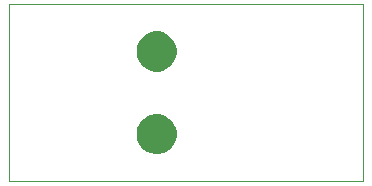
<source format=gbr>
%TF.GenerationSoftware,Altium Limited,Altium Designer,21.2.2 (38)*%
G04 Layer_Color=0*
%FSLAX45Y45*%
%MOMM*%
%TF.SameCoordinates,F4E1E0DB-6713-413A-AE5C-2C0DFB2A2A9F*%
%TF.FilePolarity,Positive*%
%TF.FileFunction,Profile,NP*%
%TF.Part,Single*%
G01*
G75*
%TA.AperFunction,Profile*%
%ADD15C,0.02540*%
G36*
X1080000Y1100000D02*
Y1083256D01*
X1086533Y1050413D01*
X1099348Y1019475D01*
X1117952Y991631D01*
X1141631Y967952D01*
X1169475Y949348D01*
X1200413Y936533D01*
X1233256Y930000D01*
X1250000D01*
X1266743D01*
X1299587Y936533D01*
X1330525Y949348D01*
X1358369Y967952D01*
X1382048Y991631D01*
X1400652Y1019475D01*
X1413467Y1050413D01*
X1420000Y1083256D01*
Y1100000D01*
Y1116744D01*
X1413467Y1149587D01*
X1400652Y1180525D01*
X1382048Y1208369D01*
X1358369Y1232048D01*
X1330525Y1250652D01*
X1299587Y1263467D01*
X1266743Y1270000D01*
X1250000D01*
X1233256D01*
X1200413Y1263467D01*
X1169475Y1250652D01*
X1141631Y1232048D01*
X1117952Y1208369D01*
X1099348Y1180525D01*
X1086533Y1149587D01*
X1080000Y1116744D01*
Y1100000D01*
D01*
D02*
G37*
G36*
Y400000D02*
Y383256D01*
X1086533Y350413D01*
X1099348Y319475D01*
X1117952Y291631D01*
X1141631Y267952D01*
X1169475Y249348D01*
X1200413Y236533D01*
X1233256Y230000D01*
X1250000D01*
X1266743D01*
X1299587Y236533D01*
X1330525Y249348D01*
X1358369Y267952D01*
X1382048Y291631D01*
X1400652Y319475D01*
X1413467Y350413D01*
X1420000Y383256D01*
Y400000D01*
Y416743D01*
X1413467Y449587D01*
X1400652Y480525D01*
X1382048Y508369D01*
X1358369Y532047D01*
X1330525Y550652D01*
X1299587Y563467D01*
X1266743Y570000D01*
X1250000D01*
X1233256D01*
X1200413Y563467D01*
X1169475Y550652D01*
X1141631Y532047D01*
X1117952Y508369D01*
X1099348Y480525D01*
X1086533Y449587D01*
X1080000Y416743D01*
Y400000D01*
D01*
D02*
G37*
D15*
X0Y0D02*
X3000000D01*
Y1500000D01*
X0D01*
Y0D01*
%TF.MD5,724e277fa1908961187f7bf6ed520090*%
M02*

</source>
